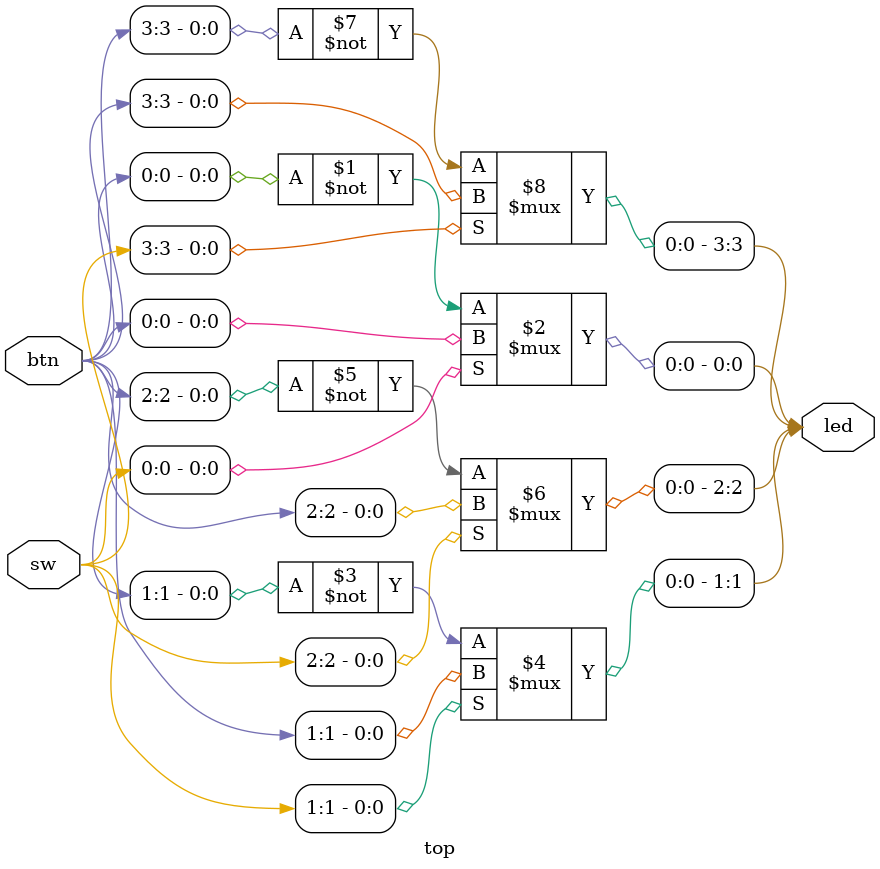
<source format=v>


module top(
    input wire [3:0]sw,
    input wire [3:0]btn,
    output wire [3:0]led
);


    assign led[0] = (sw[0]) ? btn[0] : ~btn[0];
    assign led[1] = (sw[1]) ? btn[1] : ~btn[1];
    assign led[2] = (sw[2]) ? btn[2] : ~btn[2];
    assign led[3] = (sw[3]) ? btn[3] : ~btn[3];

endmodule
</source>
